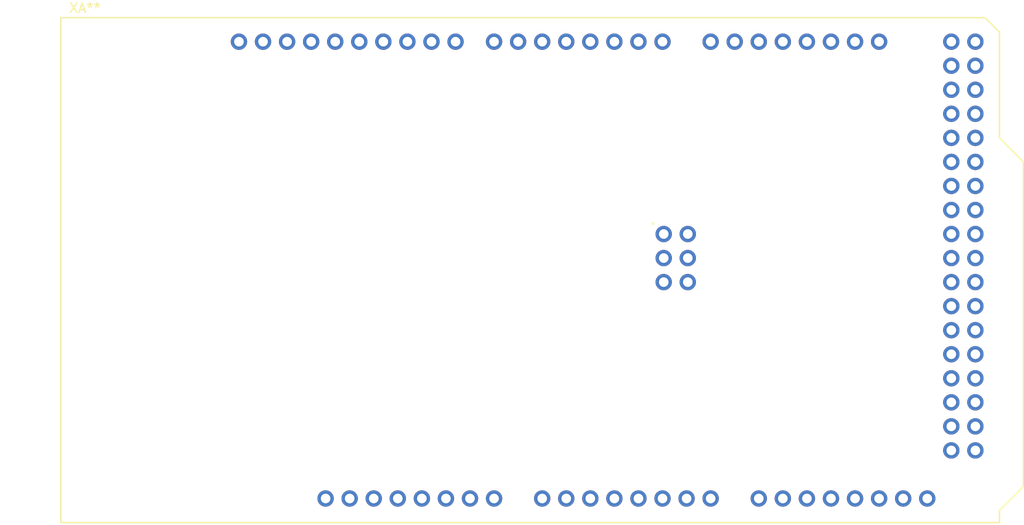
<source format=kicad_pcb>
(kicad_pcb (version 20171130) (host pcbnew 5.1.5)

  (general
    (thickness 1.6)
    (drawings 0)
    (tracks 0)
    (zones 0)
    (modules 1)
    (nets 1)
  )

  (page A4)
  (layers
    (0 F.Cu signal)
    (31 B.Cu signal)
    (32 B.Adhes user)
    (33 F.Adhes user)
    (34 B.Paste user)
    (35 F.Paste user)
    (36 B.SilkS user)
    (37 F.SilkS user)
    (38 B.Mask user)
    (39 F.Mask user)
    (40 Dwgs.User user)
    (41 Cmts.User user)
    (42 Eco1.User user)
    (43 Eco2.User user)
    (44 Edge.Cuts user)
    (45 Margin user)
    (46 B.CrtYd user)
    (47 F.CrtYd user)
    (48 B.Fab user)
    (49 F.Fab user)
  )

  (setup
    (last_trace_width 0.25)
    (trace_clearance 0.2)
    (zone_clearance 0.508)
    (zone_45_only no)
    (trace_min 0.2)
    (via_size 0.8)
    (via_drill 0.4)
    (via_min_size 0.4)
    (via_min_drill 0.3)
    (uvia_size 0.3)
    (uvia_drill 0.1)
    (uvias_allowed no)
    (uvia_min_size 0.2)
    (uvia_min_drill 0.1)
    (edge_width 0.05)
    (segment_width 0.2)
    (pcb_text_width 0.3)
    (pcb_text_size 1.5 1.5)
    (mod_edge_width 0.12)
    (mod_text_size 1 1)
    (mod_text_width 0.15)
    (pad_size 1.524 1.524)
    (pad_drill 0.762)
    (pad_to_mask_clearance 0.051)
    (solder_mask_min_width 0.25)
    (aux_axis_origin 0 0)
    (grid_origin 308.61 -83.82)
    (visible_elements FFFFFF7F)
    (pcbplotparams
      (layerselection 0x010fc_ffffffff)
      (usegerberextensions false)
      (usegerberattributes false)
      (usegerberadvancedattributes false)
      (creategerberjobfile false)
      (excludeedgelayer true)
      (linewidth 0.100000)
      (plotframeref false)
      (viasonmask false)
      (mode 1)
      (useauxorigin false)
      (hpglpennumber 1)
      (hpglpenspeed 20)
      (hpglpendiameter 15.000000)
      (psnegative false)
      (psa4output false)
      (plotreference true)
      (plotvalue true)
      (plotinvisibletext false)
      (padsonsilk false)
      (subtractmaskfromsilk false)
      (outputformat 1)
      (mirror false)
      (drillshape 1)
      (scaleselection 1)
      (outputdirectory ""))
  )

  (net 0 "")

  (net_class Default "This is the default net class."
    (clearance 0.2)
    (trace_width 0.25)
    (via_dia 0.8)
    (via_drill 0.4)
    (uvia_dia 0.3)
    (uvia_drill 0.1)
  )

  (module Arduino:Arduino_Mega2560_Shield (layer F.Cu) (tedit 5A8605D3) (tstamp 5E9B60BA)
    (at 90.17 121.92)
    (descr https://store.arduino.cc/arduino-mega-2560-rev3)
    (fp_text reference XA** (at 2.54 -54.356) (layer F.SilkS)
      (effects (font (size 1 1) (thickness 0.15)))
    )
    (fp_text value Arduino_Mega2560_Shield (at 15.494 -54.356) (layer F.Fab)
      (effects (font (size 1 1) (thickness 0.15)))
    )
    (fp_line (start 9.525 -32.385) (end -6.35 -32.385) (layer B.CrtYd) (width 0.15))
    (fp_line (start 9.525 -43.815) (end -6.35 -43.815) (layer B.CrtYd) (width 0.15))
    (fp_line (start 9.525 -43.815) (end 9.525 -32.385) (layer B.CrtYd) (width 0.15))
    (fp_line (start -6.35 -43.815) (end -6.35 -32.385) (layer B.CrtYd) (width 0.15))
    (fp_text user . (at 62.484 -32.004) (layer F.SilkS)
      (effects (font (size 1 1) (thickness 0.15)))
    )
    (fp_line (start 11.43 -12.065) (end 11.43 -3.175) (layer B.CrtYd) (width 0.15))
    (fp_line (start -1.905 -3.175) (end 11.43 -3.175) (layer B.CrtYd) (width 0.15))
    (fp_line (start -1.905 -12.065) (end -1.905 -3.175) (layer B.CrtYd) (width 0.15))
    (fp_line (start -1.905 -12.065) (end 11.43 -12.065) (layer B.CrtYd) (width 0.15))
    (fp_line (start 0 -53.34) (end 0 0) (layer F.SilkS) (width 0.15))
    (fp_line (start 99.06 -40.64) (end 99.06 -51.816) (layer F.SilkS) (width 0.15))
    (fp_line (start 101.6 -38.1) (end 99.06 -40.64) (layer F.SilkS) (width 0.15))
    (fp_line (start 101.6 -3.81) (end 101.6 -38.1) (layer F.SilkS) (width 0.15))
    (fp_line (start 99.06 -1.27) (end 101.6 -3.81) (layer F.SilkS) (width 0.15))
    (fp_line (start 99.06 0) (end 99.06 -1.27) (layer F.SilkS) (width 0.15))
    (fp_line (start 97.536 -53.34) (end 99.06 -51.816) (layer F.SilkS) (width 0.15))
    (fp_line (start 0 0) (end 99.06 0) (layer F.SilkS) (width 0.15))
    (fp_line (start 0 -53.34) (end 97.536 -53.34) (layer F.SilkS) (width 0.15))
    (pad RST2 thru_hole oval (at 63.627 -25.4) (size 1.7272 1.7272) (drill 1.016) (layers *.Cu *.Mask))
    (pad GND4 thru_hole oval (at 66.167 -25.4) (size 1.7272 1.7272) (drill 1.016) (layers *.Cu *.Mask))
    (pad MOSI thru_hole oval (at 66.167 -27.94) (size 1.7272 1.7272) (drill 1.016) (layers *.Cu *.Mask))
    (pad SCK thru_hole oval (at 63.627 -27.94) (size 1.7272 1.7272) (drill 1.016) (layers *.Cu *.Mask))
    (pad 5V2 thru_hole oval (at 66.167 -30.48) (size 1.7272 1.7272) (drill 1.016) (layers *.Cu *.Mask))
    (pad A0 thru_hole oval (at 50.8 -2.54) (size 1.7272 1.7272) (drill 1.016) (layers *.Cu *.Mask))
    (pad VIN thru_hole oval (at 45.72 -2.54) (size 1.7272 1.7272) (drill 1.016) (layers *.Cu *.Mask))
    (pad GND3 thru_hole oval (at 43.18 -2.54) (size 1.7272 1.7272) (drill 1.016) (layers *.Cu *.Mask))
    (pad GND2 thru_hole oval (at 40.64 -2.54) (size 1.7272 1.7272) (drill 1.016) (layers *.Cu *.Mask))
    (pad 5V1 thru_hole oval (at 38.1 -2.54) (size 1.7272 1.7272) (drill 1.016) (layers *.Cu *.Mask))
    (pad 3V3 thru_hole oval (at 35.56 -2.54) (size 1.7272 1.7272) (drill 1.016) (layers *.Cu *.Mask))
    (pad RST1 thru_hole oval (at 33.02 -2.54) (size 1.7272 1.7272) (drill 1.016) (layers *.Cu *.Mask))
    (pad IORF thru_hole oval (at 30.48 -2.54) (size 1.7272 1.7272) (drill 1.016) (layers *.Cu *.Mask))
    (pad D21 thru_hole oval (at 86.36 -50.8) (size 1.7272 1.7272) (drill 1.016) (layers *.Cu *.Mask))
    (pad D20 thru_hole oval (at 83.82 -50.8) (size 1.7272 1.7272) (drill 1.016) (layers *.Cu *.Mask))
    (pad D19 thru_hole oval (at 81.28 -50.8) (size 1.7272 1.7272) (drill 1.016) (layers *.Cu *.Mask))
    (pad D18 thru_hole oval (at 78.74 -50.8) (size 1.7272 1.7272) (drill 1.016) (layers *.Cu *.Mask))
    (pad D17 thru_hole oval (at 76.2 -50.8) (size 1.7272 1.7272) (drill 1.016) (layers *.Cu *.Mask))
    (pad D16 thru_hole oval (at 73.66 -50.8) (size 1.7272 1.7272) (drill 1.016) (layers *.Cu *.Mask))
    (pad D15 thru_hole oval (at 71.12 -50.8) (size 1.7272 1.7272) (drill 1.016) (layers *.Cu *.Mask))
    (pad D14 thru_hole oval (at 68.58 -50.8) (size 1.7272 1.7272) (drill 1.016) (layers *.Cu *.Mask))
    (pad D0 thru_hole oval (at 63.5 -50.8) (size 1.7272 1.7272) (drill 1.016) (layers *.Cu *.Mask))
    (pad D1 thru_hole oval (at 60.96 -50.8) (size 1.7272 1.7272) (drill 1.016) (layers *.Cu *.Mask))
    (pad D2 thru_hole oval (at 58.42 -50.8) (size 1.7272 1.7272) (drill 1.016) (layers *.Cu *.Mask))
    (pad D3 thru_hole oval (at 55.88 -50.8) (size 1.7272 1.7272) (drill 1.016) (layers *.Cu *.Mask))
    (pad D4 thru_hole oval (at 53.34 -50.8) (size 1.7272 1.7272) (drill 1.016) (layers *.Cu *.Mask))
    (pad D5 thru_hole oval (at 50.8 -50.8) (size 1.7272 1.7272) (drill 1.016) (layers *.Cu *.Mask))
    (pad D6 thru_hole oval (at 48.26 -50.8) (size 1.7272 1.7272) (drill 1.016) (layers *.Cu *.Mask))
    (pad D7 thru_hole oval (at 45.72 -50.8) (size 1.7272 1.7272) (drill 1.016) (layers *.Cu *.Mask))
    (pad GND1 thru_hole oval (at 26.416 -50.8) (size 1.7272 1.7272) (drill 1.016) (layers *.Cu *.Mask))
    (pad D8 thru_hole oval (at 41.656 -50.8) (size 1.7272 1.7272) (drill 1.016) (layers *.Cu *.Mask))
    (pad D9 thru_hole oval (at 39.116 -50.8) (size 1.7272 1.7272) (drill 1.016) (layers *.Cu *.Mask))
    (pad D10 thru_hole oval (at 36.576 -50.8) (size 1.7272 1.7272) (drill 1.016) (layers *.Cu *.Mask))
    (pad "" np_thru_hole circle (at 66.04 -7.62) (size 3.2 3.2) (drill 3.2) (layers *.Cu *.Mask))
    (pad "" np_thru_hole circle (at 66.04 -35.56) (size 3.2 3.2) (drill 3.2) (layers *.Cu *.Mask))
    (pad "" np_thru_hole circle (at 90.17 -50.8) (size 3.2 3.2) (drill 3.2) (layers *.Cu *.Mask))
    (pad "" np_thru_hole circle (at 15.24 -50.8) (size 3.2 3.2) (drill 3.2) (layers *.Cu *.Mask))
    (pad "" np_thru_hole circle (at 96.52 -2.54) (size 3.2 3.2) (drill 3.2) (layers *.Cu *.Mask))
    (pad "" np_thru_hole circle (at 13.97 -2.54) (size 3.2 3.2) (drill 3.2) (layers *.Cu *.Mask))
    (pad SCL thru_hole oval (at 18.796 -50.8) (size 1.7272 1.7272) (drill 1.016) (layers *.Cu *.Mask))
    (pad SDA thru_hole oval (at 21.336 -50.8) (size 1.7272 1.7272) (drill 1.016) (layers *.Cu *.Mask))
    (pad AREF thru_hole oval (at 23.876 -50.8) (size 1.7272 1.7272) (drill 1.016) (layers *.Cu *.Mask))
    (pad D13 thru_hole oval (at 28.956 -50.8) (size 1.7272 1.7272) (drill 1.016) (layers *.Cu *.Mask))
    (pad D12 thru_hole oval (at 31.496 -50.8) (size 1.7272 1.7272) (drill 1.016) (layers *.Cu *.Mask))
    (pad D11 thru_hole oval (at 34.036 -50.8) (size 1.7272 1.7272) (drill 1.016) (layers *.Cu *.Mask))
    (pad "" thru_hole oval (at 27.94 -2.54) (size 1.7272 1.7272) (drill 1.016) (layers *.Cu *.Mask))
    (pad A1 thru_hole oval (at 53.34 -2.54) (size 1.7272 1.7272) (drill 1.016) (layers *.Cu *.Mask))
    (pad A2 thru_hole oval (at 55.88 -2.54) (size 1.7272 1.7272) (drill 1.016) (layers *.Cu *.Mask))
    (pad A3 thru_hole oval (at 58.42 -2.54) (size 1.7272 1.7272) (drill 1.016) (layers *.Cu *.Mask))
    (pad A4 thru_hole oval (at 60.96 -2.54) (size 1.7272 1.7272) (drill 1.016) (layers *.Cu *.Mask))
    (pad A5 thru_hole oval (at 63.5 -2.54) (size 1.7272 1.7272) (drill 1.016) (layers *.Cu *.Mask))
    (pad A6 thru_hole oval (at 66.04 -2.54) (size 1.7272 1.7272) (drill 1.016) (layers *.Cu *.Mask))
    (pad A7 thru_hole oval (at 68.58 -2.54) (size 1.7272 1.7272) (drill 1.016) (layers *.Cu *.Mask))
    (pad A8 thru_hole oval (at 73.66 -2.54) (size 1.7272 1.7272) (drill 1.016) (layers *.Cu *.Mask))
    (pad A9 thru_hole oval (at 76.2 -2.54) (size 1.7272 1.7272) (drill 1.016) (layers *.Cu *.Mask))
    (pad A10 thru_hole oval (at 78.74 -2.54) (size 1.7272 1.7272) (drill 1.016) (layers *.Cu *.Mask))
    (pad A11 thru_hole oval (at 81.28 -2.54) (size 1.7272 1.7272) (drill 1.016) (layers *.Cu *.Mask))
    (pad A12 thru_hole oval (at 83.82 -2.54) (size 1.7272 1.7272) (drill 1.016) (layers *.Cu *.Mask))
    (pad A13 thru_hole oval (at 86.36 -2.54) (size 1.7272 1.7272) (drill 1.016) (layers *.Cu *.Mask))
    (pad A14 thru_hole oval (at 88.9 -2.54) (size 1.7272 1.7272) (drill 1.016) (layers *.Cu *.Mask))
    (pad A15 thru_hole oval (at 91.44 -2.54) (size 1.7272 1.7272) (drill 1.016) (layers *.Cu *.Mask))
    (pad 5V3 thru_hole oval (at 93.98 -50.8) (size 1.7272 1.7272) (drill 1.016) (layers *.Cu *.Mask))
    (pad 5V4 thru_hole oval (at 96.52 -50.8) (size 1.7272 1.7272) (drill 1.016) (layers *.Cu *.Mask))
    (pad D22 thru_hole oval (at 93.98 -48.26) (size 1.7272 1.7272) (drill 1.016) (layers *.Cu *.Mask))
    (pad D23 thru_hole oval (at 96.52 -48.26) (size 1.7272 1.7272) (drill 1.016) (layers *.Cu *.Mask))
    (pad D24 thru_hole oval (at 93.98 -45.72) (size 1.7272 1.7272) (drill 1.016) (layers *.Cu *.Mask))
    (pad D25 thru_hole oval (at 96.52 -45.72) (size 1.7272 1.7272) (drill 1.016) (layers *.Cu *.Mask))
    (pad D26 thru_hole oval (at 93.98 -43.18) (size 1.7272 1.7272) (drill 1.016) (layers *.Cu *.Mask))
    (pad D27 thru_hole oval (at 96.52 -43.18) (size 1.7272 1.7272) (drill 1.016) (layers *.Cu *.Mask))
    (pad D28 thru_hole oval (at 93.98 -40.64) (size 1.7272 1.7272) (drill 1.016) (layers *.Cu *.Mask))
    (pad D29 thru_hole oval (at 96.52 -40.64) (size 1.7272 1.7272) (drill 1.016) (layers *.Cu *.Mask))
    (pad D30 thru_hole oval (at 93.98 -38.1) (size 1.7272 1.7272) (drill 1.016) (layers *.Cu *.Mask))
    (pad D31 thru_hole oval (at 96.52 -38.1) (size 1.7272 1.7272) (drill 1.016) (layers *.Cu *.Mask))
    (pad D32 thru_hole oval (at 93.98 -35.56) (size 1.7272 1.7272) (drill 1.016) (layers *.Cu *.Mask))
    (pad D33 thru_hole oval (at 96.52 -35.56) (size 1.7272 1.7272) (drill 1.016) (layers *.Cu *.Mask))
    (pad D34 thru_hole oval (at 93.98 -33.02) (size 1.7272 1.7272) (drill 1.016) (layers *.Cu *.Mask))
    (pad D35 thru_hole oval (at 96.52 -33.02) (size 1.7272 1.7272) (drill 1.016) (layers *.Cu *.Mask))
    (pad D36 thru_hole oval (at 93.98 -30.48) (size 1.7272 1.7272) (drill 1.016) (layers *.Cu *.Mask))
    (pad D37 thru_hole oval (at 96.52 -30.48) (size 1.7272 1.7272) (drill 1.016) (layers *.Cu *.Mask))
    (pad D38 thru_hole oval (at 93.98 -27.94) (size 1.7272 1.7272) (drill 1.016) (layers *.Cu *.Mask))
    (pad D39 thru_hole oval (at 96.52 -27.94) (size 1.7272 1.7272) (drill 1.016) (layers *.Cu *.Mask))
    (pad D40 thru_hole oval (at 93.98 -25.4) (size 1.7272 1.7272) (drill 1.016) (layers *.Cu *.Mask))
    (pad D41 thru_hole oval (at 96.52 -25.4) (size 1.7272 1.7272) (drill 1.016) (layers *.Cu *.Mask))
    (pad D42 thru_hole oval (at 93.98 -22.86) (size 1.7272 1.7272) (drill 1.016) (layers *.Cu *.Mask))
    (pad D43 thru_hole oval (at 96.52 -22.86) (size 1.7272 1.7272) (drill 1.016) (layers *.Cu *.Mask))
    (pad D44 thru_hole oval (at 93.98 -20.32) (size 1.7272 1.7272) (drill 1.016) (layers *.Cu *.Mask))
    (pad D45 thru_hole oval (at 96.52 -20.32) (size 1.7272 1.7272) (drill 1.016) (layers *.Cu *.Mask))
    (pad D46 thru_hole oval (at 93.98 -17.78) (size 1.7272 1.7272) (drill 1.016) (layers *.Cu *.Mask))
    (pad D47 thru_hole oval (at 96.52 -17.78) (size 1.7272 1.7272) (drill 1.016) (layers *.Cu *.Mask))
    (pad D48 thru_hole oval (at 93.98 -15.24) (size 1.7272 1.7272) (drill 1.016) (layers *.Cu *.Mask))
    (pad D49 thru_hole oval (at 96.52 -15.24) (size 1.7272 1.7272) (drill 1.016) (layers *.Cu *.Mask))
    (pad D50 thru_hole oval (at 93.98 -12.7) (size 1.7272 1.7272) (drill 1.016) (layers *.Cu *.Mask))
    (pad D51 thru_hole oval (at 96.52 -12.7) (size 1.7272 1.7272) (drill 1.016) (layers *.Cu *.Mask))
    (pad D52 thru_hole oval (at 93.98 -10.16) (size 1.7272 1.7272) (drill 1.016) (layers *.Cu *.Mask))
    (pad D53 thru_hole oval (at 96.52 -10.16) (size 1.7272 1.7272) (drill 1.016) (layers *.Cu *.Mask))
    (pad GND5 thru_hole oval (at 93.98 -7.62) (size 1.7272 1.7272) (drill 1.016) (layers *.Cu *.Mask))
    (pad GND6 thru_hole oval (at 96.52 -7.62) (size 1.7272 1.7272) (drill 1.016) (layers *.Cu *.Mask))
    (pad MISO thru_hole oval (at 63.627 -30.48) (size 1.7272 1.7272) (drill 1.016) (layers *.Cu *.Mask))
  )

)

</source>
